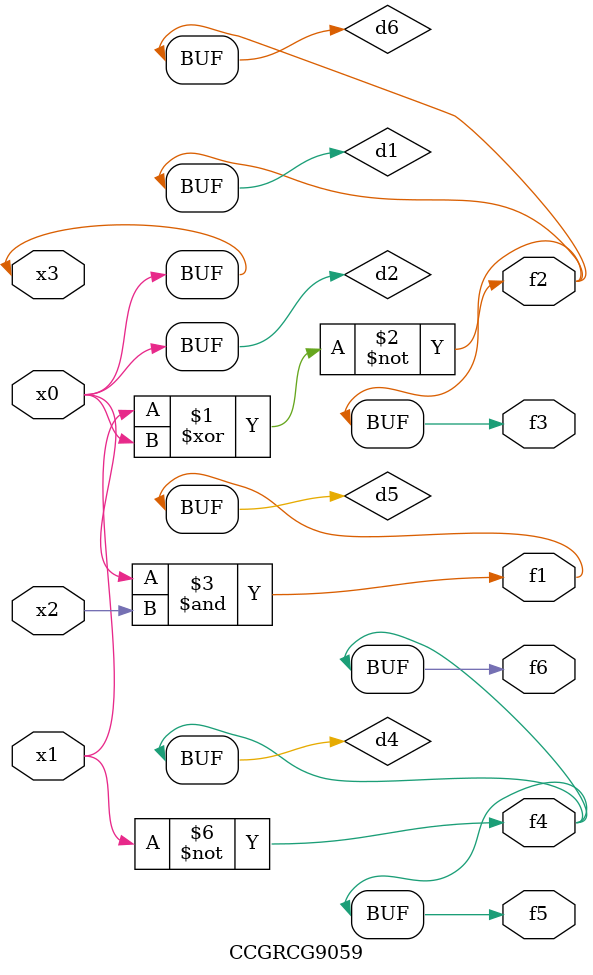
<source format=v>
module CCGRCG9059(
	input x0, x1, x2, x3,
	output f1, f2, f3, f4, f5, f6
);

	wire d1, d2, d3, d4, d5, d6;

	xnor (d1, x1, x3);
	buf (d2, x0, x3);
	nand (d3, x0, x2);
	not (d4, x1);
	nand (d5, d3);
	or (d6, d1);
	assign f1 = d5;
	assign f2 = d6;
	assign f3 = d6;
	assign f4 = d4;
	assign f5 = d4;
	assign f6 = d4;
endmodule

</source>
